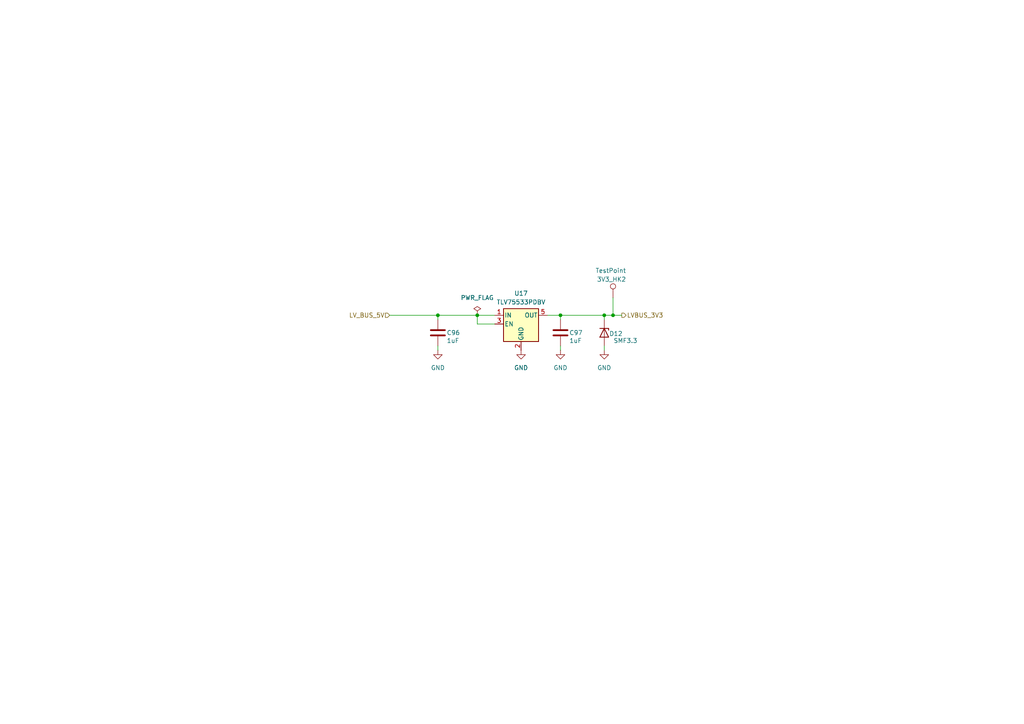
<source format=kicad_sch>
(kicad_sch (version 20250114) (generator "eeschema") (generator_version "9.0")
  (paper "A4")
  (lib_symbols
    (symbol "Connector:TestPoint" (pin_numbers (hide yes)) (pin_names (offset 0.762) (hide yes))
      (property "Reference" "TP" (at 0 6.858 0))
      (property "Value" "TestPoint" (at 0 5.08 0))
      (symbol "TestPoint_0_1"
        (circle (center 0 3.302) (radius 0.762))
      )
      (symbol "TestPoint_1_1"
        (pin passive line (at 0 0 90) (length 2.54) (name "1") (number "1"))
      )
    )
    (symbol "Device:C" (pin_numbers (hide yes)) (pin_names (offset 0.254))
      (property "Reference" "C" (at 0.635 2.54 0))
      (property "Value" "C" (at 0.635 -2.54 0))
      (symbol "C_0_1"
        (polyline (pts (xy -2.032 0.762) (xy 2.032 0.762)) (stroke (width 0.508)))
        (polyline (pts (xy -2.032 -0.762) (xy 2.032 -0.762)) (stroke (width 0.508)))
      )
      (symbol "C_1_1"
        (pin passive line (at 0 3.81 270) (length 2.794) (name "~") (number "1"))
        (pin passive line (at 0 -3.81 90) (length 2.794) (name "~") (number "2"))
      )
    )
    (symbol "Device:D_Zener" (pin_numbers (hide yes)) (pin_names (offset 1.016) (hide yes))
      (property "Reference" "D" (at 0 2.54 0))
      (property "Value" "D_Zener" (at 0 -2.54 0))
      (symbol "D_Zener_0_1"
        (polyline (pts (xy -1.27 -1.27) (xy -1.27 1.27) (xy -0.762 1.27)) (stroke (width 0.254)))
        (polyline (pts (xy 1.27 0) (xy -1.27 0)))
        (polyline (pts (xy 1.27 -1.27) (xy 1.27 1.27) (xy -1.27 0) (xy 1.27 -1.27)) (stroke (width 0.254)))
      )
      (symbol "D_Zener_1_1"
        (pin passive line (at -3.81 0 0) (length 2.54) (name "K") (number "1"))
        (pin passive line (at 3.81 0 180) (length 2.54) (name "A") (number "2"))
      )
    )
    (symbol "Regulator_Linear:TLV75533PDBV" (pin_names (offset 0.254))
      (property "Reference" "U" (at -3.81 5.715 0))
      (property "Value" "TLV75533PDBV" (at 0 5.715 0))
      (symbol "TLV75533PDBV_0_1"
        (rectangle (start -5.08 4.445) (end 5.08 -5.08) (stroke (width 0.254)) (fill (type background)))
      )
      (symbol "TLV75533PDBV_1_1"
        (pin power_in line (at -7.62 2.54 0) (length 2.54) (name "IN") (number "1"))
        (pin input line (at -7.62 0 0) (length 2.54) (name "EN") (number "3"))
        (pin power_in line (at 0 -7.62 90) (length 2.54) (name "GND") (number "2"))
        (pin no_connect line (at 5.08 0 180) (length 2.54) (hide yes) (name "NC") (number "4"))
        (pin power_out line (at 7.62 2.54 180) (length 2.54) (name "OUT") (number "5"))
      )
    )
    (symbol "power:GND" (power) (pin_numbers (hide yes)) (pin_names (offset 0) (hide yes))
      (property "Value" "GND" (at 0 -3.81 0))
      (symbol "GND_0_1"
        (polyline (pts (xy 0 0) (xy 0 -1.27) (xy 1.27 -1.27) (xy 0 -2.54) (xy -1.27 -1.27) (xy 0 -1.27)))
      )
      (symbol "GND_1_1"
        (pin power_in line (at 0 0 270) (length 0) (name "~") (number "1"))
      )
    )
    (symbol "power:PWR_FLAG" (power) (pin_numbers (hide yes)) (pin_names (offset 0) (hide yes))
      (property "Value" "PWR_FLAG" (at 0 3.81 0))
      (symbol "PWR_FLAG_0_0"
        (pin power_out line (at 0 0 90) (length 0) (name "~") (number "1"))
      )
      (symbol "PWR_FLAG_0_1"
        (polyline (pts (xy 0 0) (xy 0 1.27) (xy -1.016 1.905) (xy 0 2.54) (xy 1.016 1.905) (xy 0 1.27)))
      )
    )
  )
  (junction (at 138.43 91.44))
  (junction (at 162.56 91.44))
  (junction (at 127 91.44))
  (junction (at 175.26 91.44))
  (junction (at 177.8 91.44))
  (wire (pts (xy 127 101.6) (xy 127 100.33)))
  (wire (pts (xy 158.75 91.44) (xy 162.56 91.44)))
  (wire (pts (xy 175.26 100.33) (xy 175.26 101.6)))
  (wire (pts (xy 177.8 91.44) (xy 180.34 91.44)))
  (wire (pts (xy 143.51 93.98) (xy 138.43 93.98)))
  (wire (pts (xy 175.26 91.44) (xy 177.8 91.44)))
  (wire (pts (xy 177.8 91.44) (xy 177.8 86.36)))
  (wire (pts (xy 162.56 92.71) (xy 162.56 91.44)))
  (wire (pts (xy 162.56 91.44) (xy 175.26 91.44)))
  (wire (pts (xy 113.03 91.44) (xy 127 91.44)))
  (wire (pts (xy 138.43 91.44) (xy 143.51 91.44)))
  (wire (pts (xy 162.56 101.6) (xy 162.56 100.33)))
  (wire (pts (xy 127 91.44) (xy 138.43 91.44)))
  (wire (pts (xy 138.43 93.98) (xy 138.43 91.44)))
  (wire (pts (xy 175.26 91.44) (xy 175.26 92.71)))
  (wire (pts (xy 127 92.71) (xy 127 91.44)))
  (hierarchical_label "LV_BUS_5V" (shape input) (at 113.03 91.44 180))
  (hierarchical_label "LVBUS_3V3" (shape output) (at 180.34 91.44 0))
  (symbol (lib_id "Connector:TestPoint") (at 177.8 86.36 0) (unit 1)
    (property "Reference" "3V3_HK2" (at 181.61 81.026 0) (effects (justify right)))
    (property "Value" "TestPoint" (at 181.61 78.486 0) (effects (justify right)))
    (property "Footprint" "_LVBus:HARWIN_S1751-46R" (effects (hide yes)))
    (property "Datasheet" "https://content.harwin.com/m/c5b84e6a45e9b9f6/original/DRG-02202-Technical-Drawing-Datasheet-S1751R-pdf.pdf" (effects (hide yes)))
    (property "Description" "PC TEST POINT NATURAL" (effects (hide yes)))
    (property "Mfr" "Harwin Inc." (effects (hide yes)))
    (property "Mfr P/N" "S1751-46R" (effects (hide yes)))
    (property "Supplier_1" "Digikey" (effects (hide yes)))
    (property "Supplier_1 P/N" "952-1478-2-ND" (effects (hide yes)))
    (property "Supplier_1 Unit Price" "0.28000" (effects (hide yes)))
    (property "Supplier_1 Price @ Qty" "1" (effects (hide yes)))
  )
  (symbol (lib_id "power:GND") (at 162.56 101.6 0) (unit 1)
    (property "Reference" "#PWR0158" (effects (hide yes)))
    (property "Value" "GND" (at 162.56 106.68 0))
    (property "Description" "Power symbol creates a global label with name \"GND\" , ground" (effects (hide yes)))
  )
  (symbol (lib_id "Device:D_Zener") (at 175.26 96.52 270) (unit 1)
    (property "Reference" "D12" (at 180.594 96.774 90) (effects (justify right)))
    (property "Value" "SMF3.3" (at 184.912 98.806 90) (effects (justify right)))
    (property "Footprint" "Diode_SMD:D_SOD-123F" (effects (hide yes)))
    (property "Datasheet" "https://www.littelfuse.com/assetdocs/tvs-diodes-smf3?assetguid=2e80cd26-b0c3-442f-9d77-27a283ccff4f" (effects (hide yes)))
    (property "Description" "TVS DIODE 3.3VWM 6.8VC SOD123F" (effects (hide yes)))
    (property "MAXIMUM_PACKAGE_HEIGHT" "2.62mm" (effects (hide yes)))
    (property "MANUFACTURER" "LittelFuse" (effects (hide yes)))
    (property "PRICE" "0.49" (effects (hide yes)))
    (property "SUPPLIER" "DigiKey" (effects (hide yes)))
    (property "MFR PN" "SMF3.3" (effects (hide yes)))
    (property "Mfr" "Littelfuse Inc." (effects (hide yes)))
    (property "Mfr P/N" "SMF3.3" (effects (hide yes)))
    (property "Supplier_1" "Digikey" (effects (hide yes)))
    (property "Supplier_1 P/N" "F7701TR-ND" (effects (hide yes)))
    (property "Supplier_1 Unit Price" "0.49000" (effects (hide yes)))
    (property "Supplier_1 Price @ Qty" "1" (effects (hide yes)))
  )
  (symbol (lib_id "power:GND") (at 127 101.6 0) (unit 1)
    (property "Reference" "#PWR0156" (effects (hide yes)))
    (property "Value" "GND" (at 127 106.68 0))
    (property "Description" "Power symbol creates a global label with name \"GND\" , ground" (effects (hide yes)))
  )
  (symbol (lib_id "Device:C") (at 162.56 96.52 0) (unit 1)
    (property "Reference" "C97" (at 165.1 96.52 0) (effects (justify left)))
    (property "Value" "1uF" (at 165.1 98.806 0) (effects (justify left)))
    (property "Footprint" "Capacitor_SMD:C_0603_1608Metric" (effects (hide yes)))
    (property "Datasheet" "https://mm.digikey.com/Volume0/opasdata/d220001/medias/docus/506/UMK107AB7105KA-T_SS.pdf" (effects (hide yes)))
    (property "Description" "CAP CER 1UF 50V X7R 0603" (effects (hide yes)))
    (property "MFR" "Taiyo Yuden" (effects (hide yes)))
    (property "MFR P/N" "UMK107AB7105KA-T" (effects (hide yes)))
    (property "Supplier_1" "DigiKey" (effects (hide yes)))
    (property "Supplier_1 P/N" "587-3247-2-ND" (effects (hide yes)))
    (property "Supplier_1 Unit Price" "$0.08" (effects (hide yes)))
    (property "Supplier_1_Price @ QTY" "1" (effects (hide yes)))
  )
  (symbol (lib_id "power:GND") (at 175.26 101.6 0) (unit 1)
    (property "Reference" "#PWR0159" (effects (hide yes)))
    (property "Value" "GND" (at 175.26 106.68 0))
    (property "Description" "Power symbol creates a global label with name \"GND\" , ground" (effects (hide yes)))
  )
  (symbol (lib_id "Device:C") (at 127 96.52 0) (unit 1)
    (property "Reference" "C96" (at 129.54 96.52 0) (effects (justify left)))
    (property "Value" "1uF" (at 129.54 98.806 0) (effects (justify left)))
    (property "Footprint" "Capacitor_SMD:C_0603_1608Metric" (effects (hide yes)))
    (property "Datasheet" "https://mm.digikey.com/Volume0/opasdata/d220001/medias/docus/506/UMK107AB7105KA-T_SS.pdf" (effects (hide yes)))
    (property "Description" "CAP CER 1UF 50V X7R 0603" (effects (hide yes)))
    (property "MFR" "Taiyo Yuden" (effects (hide yes)))
    (property "MFR P/N" "UMK107AB7105KA-T" (effects (hide yes)))
    (property "Supplier_1" "DigiKey" (effects (hide yes)))
    (property "Supplier_1 P/N" "587-3247-2-ND" (effects (hide yes)))
    (property "Supplier_1 Unit Price" "$0.08" (effects (hide yes)))
    (property "Supplier_1_Price @ QTY" "1" (effects (hide yes)))
  )
  (symbol (lib_id "power:PWR_FLAG") (at 138.43 91.44 0) (unit 1)
    (property "Reference" "#FLG012" (effects (hide yes)))
    (property "Value" "PWR_FLAG" (at 138.43 86.36 0))
    (property "Description" "Special symbol for telling ERC where power comes from" (effects (hide yes)))
  )
  (symbol (lib_id "power:GND") (at 151.13 101.6 0) (unit 1)
    (property "Reference" "#PWR0157" (effects (hide yes)))
    (property "Value" "GND" (at 151.13 106.68 0))
    (property "Description" "Power symbol creates a global label with name \"GND\" , ground" (effects (hide yes)))
  )
  (symbol (lib_id "Regulator_Linear:TLV75533PDBV") (at 151.13 93.98 0) (unit 1)
    (property "Reference" "U17" (at 151.13 85.09 0))
    (property "Value" "TLV75533PDBV" (at 151.13 87.63 0))
    (property "Footprint" "Package_TO_SOT_SMD:SOT-23-5" (effects (hide yes)))
    (property "Datasheet" "http://www.ti.com/lit/ds/symlink/tlv755p.pdf" (effects (hide yes)))
    (property "Description" "500mA Low Dropout Voltage Regulator, Fixed Output 3.3V, SOT-23-5" (effects (hide yes)))
    (property "Mfr" "Texas Instruments" (effects (hide yes)))
    (property "Mfr P/N" "TLV75533PDBVR" (effects (hide yes)))
    (property "Supplier_1" "Digikey" (effects (hide yes)))
    (property "Supplier_1 P/N" "296-50411-2-ND" (effects (hide yes)))
    (property "Supplier_1 Unit Price" "0.36000" (effects (hide yes)))
    (property "Supplier_1 Price @ Qty" "1" (effects (hide yes)))
  )
)
</source>
